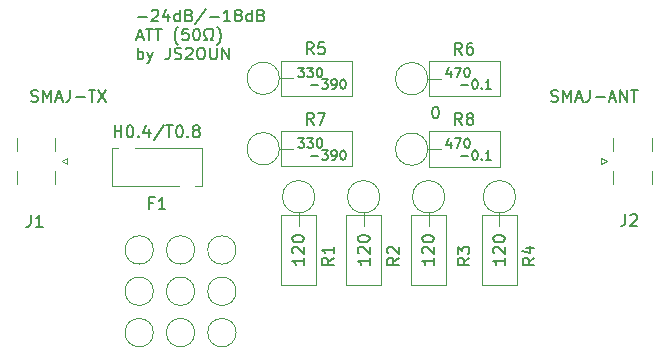
<source format=gbr>
%TF.GenerationSoftware,KiCad,Pcbnew,8.0.5*%
%TF.CreationDate,2024-10-08T19:16:15+09:00*%
%TF.ProjectId,ATT_24dB,4154545f-3234-4644-922e-6b696361645f,rev?*%
%TF.SameCoordinates,Original*%
%TF.FileFunction,Legend,Top*%
%TF.FilePolarity,Positive*%
%FSLAX46Y46*%
G04 Gerber Fmt 4.6, Leading zero omitted, Abs format (unit mm)*
G04 Created by KiCad (PCBNEW 8.0.5) date 2024-10-08 19:16:15*
%MOMM*%
%LPD*%
G01*
G04 APERTURE LIST*
%ADD10C,0.150000*%
%ADD11C,0.187500*%
%ADD12C,0.120000*%
%ADD13C,0.100000*%
G04 APERTURE END LIST*
D10*
X86052381Y-41057533D02*
X86661905Y-41057533D01*
X86966666Y-40562295D02*
X87461904Y-40562295D01*
X87461904Y-40562295D02*
X87195238Y-40867057D01*
X87195238Y-40867057D02*
X87309523Y-40867057D01*
X87309523Y-40867057D02*
X87385714Y-40905152D01*
X87385714Y-40905152D02*
X87423809Y-40943247D01*
X87423809Y-40943247D02*
X87461904Y-41019438D01*
X87461904Y-41019438D02*
X87461904Y-41209914D01*
X87461904Y-41209914D02*
X87423809Y-41286104D01*
X87423809Y-41286104D02*
X87385714Y-41324200D01*
X87385714Y-41324200D02*
X87309523Y-41362295D01*
X87309523Y-41362295D02*
X87080952Y-41362295D01*
X87080952Y-41362295D02*
X87004761Y-41324200D01*
X87004761Y-41324200D02*
X86966666Y-41286104D01*
X87842857Y-41362295D02*
X87995238Y-41362295D01*
X87995238Y-41362295D02*
X88071428Y-41324200D01*
X88071428Y-41324200D02*
X88109524Y-41286104D01*
X88109524Y-41286104D02*
X88185714Y-41171819D01*
X88185714Y-41171819D02*
X88223809Y-41019438D01*
X88223809Y-41019438D02*
X88223809Y-40714676D01*
X88223809Y-40714676D02*
X88185714Y-40638485D01*
X88185714Y-40638485D02*
X88147619Y-40600390D01*
X88147619Y-40600390D02*
X88071428Y-40562295D01*
X88071428Y-40562295D02*
X87919047Y-40562295D01*
X87919047Y-40562295D02*
X87842857Y-40600390D01*
X87842857Y-40600390D02*
X87804762Y-40638485D01*
X87804762Y-40638485D02*
X87766666Y-40714676D01*
X87766666Y-40714676D02*
X87766666Y-40905152D01*
X87766666Y-40905152D02*
X87804762Y-40981342D01*
X87804762Y-40981342D02*
X87842857Y-41019438D01*
X87842857Y-41019438D02*
X87919047Y-41057533D01*
X87919047Y-41057533D02*
X88071428Y-41057533D01*
X88071428Y-41057533D02*
X88147619Y-41019438D01*
X88147619Y-41019438D02*
X88185714Y-40981342D01*
X88185714Y-40981342D02*
X88223809Y-40905152D01*
X88719048Y-40562295D02*
X88795238Y-40562295D01*
X88795238Y-40562295D02*
X88871429Y-40600390D01*
X88871429Y-40600390D02*
X88909524Y-40638485D01*
X88909524Y-40638485D02*
X88947619Y-40714676D01*
X88947619Y-40714676D02*
X88985714Y-40867057D01*
X88985714Y-40867057D02*
X88985714Y-41057533D01*
X88985714Y-41057533D02*
X88947619Y-41209914D01*
X88947619Y-41209914D02*
X88909524Y-41286104D01*
X88909524Y-41286104D02*
X88871429Y-41324200D01*
X88871429Y-41324200D02*
X88795238Y-41362295D01*
X88795238Y-41362295D02*
X88719048Y-41362295D01*
X88719048Y-41362295D02*
X88642857Y-41324200D01*
X88642857Y-41324200D02*
X88604762Y-41286104D01*
X88604762Y-41286104D02*
X88566667Y-41209914D01*
X88566667Y-41209914D02*
X88528571Y-41057533D01*
X88528571Y-41057533D02*
X88528571Y-40867057D01*
X88528571Y-40867057D02*
X88566667Y-40714676D01*
X88566667Y-40714676D02*
X88604762Y-40638485D01*
X88604762Y-40638485D02*
X88642857Y-40600390D01*
X88642857Y-40600390D02*
X88719048Y-40562295D01*
X96527255Y-36869819D02*
X96622493Y-36869819D01*
X96622493Y-36869819D02*
X96717731Y-36917438D01*
X96717731Y-36917438D02*
X96765350Y-36965057D01*
X96765350Y-36965057D02*
X96812969Y-37060295D01*
X96812969Y-37060295D02*
X96860588Y-37250771D01*
X96860588Y-37250771D02*
X96860588Y-37488866D01*
X96860588Y-37488866D02*
X96812969Y-37679342D01*
X96812969Y-37679342D02*
X96765350Y-37774580D01*
X96765350Y-37774580D02*
X96717731Y-37822200D01*
X96717731Y-37822200D02*
X96622493Y-37869819D01*
X96622493Y-37869819D02*
X96527255Y-37869819D01*
X96527255Y-37869819D02*
X96432017Y-37822200D01*
X96432017Y-37822200D02*
X96384398Y-37774580D01*
X96384398Y-37774580D02*
X96336779Y-37679342D01*
X96336779Y-37679342D02*
X96289160Y-37488866D01*
X96289160Y-37488866D02*
X96289160Y-37250771D01*
X96289160Y-37250771D02*
X96336779Y-37060295D01*
X96336779Y-37060295D02*
X96384398Y-36965057D01*
X96384398Y-36965057D02*
X96432017Y-36917438D01*
X96432017Y-36917438D02*
X96527255Y-36869819D01*
X98742857Y-41057533D02*
X99352381Y-41057533D01*
X99885714Y-40562295D02*
X99961904Y-40562295D01*
X99961904Y-40562295D02*
X100038095Y-40600390D01*
X100038095Y-40600390D02*
X100076190Y-40638485D01*
X100076190Y-40638485D02*
X100114285Y-40714676D01*
X100114285Y-40714676D02*
X100152380Y-40867057D01*
X100152380Y-40867057D02*
X100152380Y-41057533D01*
X100152380Y-41057533D02*
X100114285Y-41209914D01*
X100114285Y-41209914D02*
X100076190Y-41286104D01*
X100076190Y-41286104D02*
X100038095Y-41324200D01*
X100038095Y-41324200D02*
X99961904Y-41362295D01*
X99961904Y-41362295D02*
X99885714Y-41362295D01*
X99885714Y-41362295D02*
X99809523Y-41324200D01*
X99809523Y-41324200D02*
X99771428Y-41286104D01*
X99771428Y-41286104D02*
X99733333Y-41209914D01*
X99733333Y-41209914D02*
X99695237Y-41057533D01*
X99695237Y-41057533D02*
X99695237Y-40867057D01*
X99695237Y-40867057D02*
X99733333Y-40714676D01*
X99733333Y-40714676D02*
X99771428Y-40638485D01*
X99771428Y-40638485D02*
X99809523Y-40600390D01*
X99809523Y-40600390D02*
X99885714Y-40562295D01*
X100495238Y-41286104D02*
X100533333Y-41324200D01*
X100533333Y-41324200D02*
X100495238Y-41362295D01*
X100495238Y-41362295D02*
X100457142Y-41324200D01*
X100457142Y-41324200D02*
X100495238Y-41286104D01*
X100495238Y-41286104D02*
X100495238Y-41362295D01*
X101295237Y-41362295D02*
X100838094Y-41362295D01*
X101066666Y-41362295D02*
X101066666Y-40562295D01*
X101066666Y-40562295D02*
X100990475Y-40676580D01*
X100990475Y-40676580D02*
X100914285Y-40752771D01*
X100914285Y-40752771D02*
X100838094Y-40790866D01*
X98742857Y-35057533D02*
X99352381Y-35057533D01*
X99885714Y-34562295D02*
X99961904Y-34562295D01*
X99961904Y-34562295D02*
X100038095Y-34600390D01*
X100038095Y-34600390D02*
X100076190Y-34638485D01*
X100076190Y-34638485D02*
X100114285Y-34714676D01*
X100114285Y-34714676D02*
X100152380Y-34867057D01*
X100152380Y-34867057D02*
X100152380Y-35057533D01*
X100152380Y-35057533D02*
X100114285Y-35209914D01*
X100114285Y-35209914D02*
X100076190Y-35286104D01*
X100076190Y-35286104D02*
X100038095Y-35324200D01*
X100038095Y-35324200D02*
X99961904Y-35362295D01*
X99961904Y-35362295D02*
X99885714Y-35362295D01*
X99885714Y-35362295D02*
X99809523Y-35324200D01*
X99809523Y-35324200D02*
X99771428Y-35286104D01*
X99771428Y-35286104D02*
X99733333Y-35209914D01*
X99733333Y-35209914D02*
X99695237Y-35057533D01*
X99695237Y-35057533D02*
X99695237Y-34867057D01*
X99695237Y-34867057D02*
X99733333Y-34714676D01*
X99733333Y-34714676D02*
X99771428Y-34638485D01*
X99771428Y-34638485D02*
X99809523Y-34600390D01*
X99809523Y-34600390D02*
X99885714Y-34562295D01*
X100495238Y-35286104D02*
X100533333Y-35324200D01*
X100533333Y-35324200D02*
X100495238Y-35362295D01*
X100495238Y-35362295D02*
X100457142Y-35324200D01*
X100457142Y-35324200D02*
X100495238Y-35286104D01*
X100495238Y-35286104D02*
X100495238Y-35362295D01*
X101295237Y-35362295D02*
X100838094Y-35362295D01*
X101066666Y-35362295D02*
X101066666Y-34562295D01*
X101066666Y-34562295D02*
X100990475Y-34676580D01*
X100990475Y-34676580D02*
X100914285Y-34752771D01*
X100914285Y-34752771D02*
X100838094Y-34790866D01*
X97890476Y-39828961D02*
X97890476Y-40362295D01*
X97700000Y-39524200D02*
X97509523Y-40095628D01*
X97509523Y-40095628D02*
X98004762Y-40095628D01*
X98233333Y-39562295D02*
X98766667Y-39562295D01*
X98766667Y-39562295D02*
X98423809Y-40362295D01*
X99223810Y-39562295D02*
X99300000Y-39562295D01*
X99300000Y-39562295D02*
X99376191Y-39600390D01*
X99376191Y-39600390D02*
X99414286Y-39638485D01*
X99414286Y-39638485D02*
X99452381Y-39714676D01*
X99452381Y-39714676D02*
X99490476Y-39867057D01*
X99490476Y-39867057D02*
X99490476Y-40057533D01*
X99490476Y-40057533D02*
X99452381Y-40209914D01*
X99452381Y-40209914D02*
X99414286Y-40286104D01*
X99414286Y-40286104D02*
X99376191Y-40324200D01*
X99376191Y-40324200D02*
X99300000Y-40362295D01*
X99300000Y-40362295D02*
X99223810Y-40362295D01*
X99223810Y-40362295D02*
X99147619Y-40324200D01*
X99147619Y-40324200D02*
X99109524Y-40286104D01*
X99109524Y-40286104D02*
X99071429Y-40209914D01*
X99071429Y-40209914D02*
X99033333Y-40057533D01*
X99033333Y-40057533D02*
X99033333Y-39867057D01*
X99033333Y-39867057D02*
X99071429Y-39714676D01*
X99071429Y-39714676D02*
X99109524Y-39638485D01*
X99109524Y-39638485D02*
X99147619Y-39600390D01*
X99147619Y-39600390D02*
X99223810Y-39562295D01*
X84971428Y-39562295D02*
X85466666Y-39562295D01*
X85466666Y-39562295D02*
X85200000Y-39867057D01*
X85200000Y-39867057D02*
X85314285Y-39867057D01*
X85314285Y-39867057D02*
X85390476Y-39905152D01*
X85390476Y-39905152D02*
X85428571Y-39943247D01*
X85428571Y-39943247D02*
X85466666Y-40019438D01*
X85466666Y-40019438D02*
X85466666Y-40209914D01*
X85466666Y-40209914D02*
X85428571Y-40286104D01*
X85428571Y-40286104D02*
X85390476Y-40324200D01*
X85390476Y-40324200D02*
X85314285Y-40362295D01*
X85314285Y-40362295D02*
X85085714Y-40362295D01*
X85085714Y-40362295D02*
X85009523Y-40324200D01*
X85009523Y-40324200D02*
X84971428Y-40286104D01*
X85733333Y-39562295D02*
X86228571Y-39562295D01*
X86228571Y-39562295D02*
X85961905Y-39867057D01*
X85961905Y-39867057D02*
X86076190Y-39867057D01*
X86076190Y-39867057D02*
X86152381Y-39905152D01*
X86152381Y-39905152D02*
X86190476Y-39943247D01*
X86190476Y-39943247D02*
X86228571Y-40019438D01*
X86228571Y-40019438D02*
X86228571Y-40209914D01*
X86228571Y-40209914D02*
X86190476Y-40286104D01*
X86190476Y-40286104D02*
X86152381Y-40324200D01*
X86152381Y-40324200D02*
X86076190Y-40362295D01*
X86076190Y-40362295D02*
X85847619Y-40362295D01*
X85847619Y-40362295D02*
X85771428Y-40324200D01*
X85771428Y-40324200D02*
X85733333Y-40286104D01*
X86723810Y-39562295D02*
X86800000Y-39562295D01*
X86800000Y-39562295D02*
X86876191Y-39600390D01*
X86876191Y-39600390D02*
X86914286Y-39638485D01*
X86914286Y-39638485D02*
X86952381Y-39714676D01*
X86952381Y-39714676D02*
X86990476Y-39867057D01*
X86990476Y-39867057D02*
X86990476Y-40057533D01*
X86990476Y-40057533D02*
X86952381Y-40209914D01*
X86952381Y-40209914D02*
X86914286Y-40286104D01*
X86914286Y-40286104D02*
X86876191Y-40324200D01*
X86876191Y-40324200D02*
X86800000Y-40362295D01*
X86800000Y-40362295D02*
X86723810Y-40362295D01*
X86723810Y-40362295D02*
X86647619Y-40324200D01*
X86647619Y-40324200D02*
X86609524Y-40286104D01*
X86609524Y-40286104D02*
X86571429Y-40209914D01*
X86571429Y-40209914D02*
X86533333Y-40057533D01*
X86533333Y-40057533D02*
X86533333Y-39867057D01*
X86533333Y-39867057D02*
X86571429Y-39714676D01*
X86571429Y-39714676D02*
X86609524Y-39638485D01*
X86609524Y-39638485D02*
X86647619Y-39600390D01*
X86647619Y-39600390D02*
X86723810Y-39562295D01*
X97890476Y-33828961D02*
X97890476Y-34362295D01*
X97700000Y-33524200D02*
X97509523Y-34095628D01*
X97509523Y-34095628D02*
X98004762Y-34095628D01*
X98233333Y-33562295D02*
X98766667Y-33562295D01*
X98766667Y-33562295D02*
X98423809Y-34362295D01*
X99223810Y-33562295D02*
X99300000Y-33562295D01*
X99300000Y-33562295D02*
X99376191Y-33600390D01*
X99376191Y-33600390D02*
X99414286Y-33638485D01*
X99414286Y-33638485D02*
X99452381Y-33714676D01*
X99452381Y-33714676D02*
X99490476Y-33867057D01*
X99490476Y-33867057D02*
X99490476Y-34057533D01*
X99490476Y-34057533D02*
X99452381Y-34209914D01*
X99452381Y-34209914D02*
X99414286Y-34286104D01*
X99414286Y-34286104D02*
X99376191Y-34324200D01*
X99376191Y-34324200D02*
X99300000Y-34362295D01*
X99300000Y-34362295D02*
X99223810Y-34362295D01*
X99223810Y-34362295D02*
X99147619Y-34324200D01*
X99147619Y-34324200D02*
X99109524Y-34286104D01*
X99109524Y-34286104D02*
X99071429Y-34209914D01*
X99071429Y-34209914D02*
X99033333Y-34057533D01*
X99033333Y-34057533D02*
X99033333Y-33867057D01*
X99033333Y-33867057D02*
X99071429Y-33714676D01*
X99071429Y-33714676D02*
X99109524Y-33638485D01*
X99109524Y-33638485D02*
X99147619Y-33600390D01*
X99147619Y-33600390D02*
X99223810Y-33562295D01*
X86052381Y-35057533D02*
X86661905Y-35057533D01*
X86966666Y-34562295D02*
X87461904Y-34562295D01*
X87461904Y-34562295D02*
X87195238Y-34867057D01*
X87195238Y-34867057D02*
X87309523Y-34867057D01*
X87309523Y-34867057D02*
X87385714Y-34905152D01*
X87385714Y-34905152D02*
X87423809Y-34943247D01*
X87423809Y-34943247D02*
X87461904Y-35019438D01*
X87461904Y-35019438D02*
X87461904Y-35209914D01*
X87461904Y-35209914D02*
X87423809Y-35286104D01*
X87423809Y-35286104D02*
X87385714Y-35324200D01*
X87385714Y-35324200D02*
X87309523Y-35362295D01*
X87309523Y-35362295D02*
X87080952Y-35362295D01*
X87080952Y-35362295D02*
X87004761Y-35324200D01*
X87004761Y-35324200D02*
X86966666Y-35286104D01*
X87842857Y-35362295D02*
X87995238Y-35362295D01*
X87995238Y-35362295D02*
X88071428Y-35324200D01*
X88071428Y-35324200D02*
X88109524Y-35286104D01*
X88109524Y-35286104D02*
X88185714Y-35171819D01*
X88185714Y-35171819D02*
X88223809Y-35019438D01*
X88223809Y-35019438D02*
X88223809Y-34714676D01*
X88223809Y-34714676D02*
X88185714Y-34638485D01*
X88185714Y-34638485D02*
X88147619Y-34600390D01*
X88147619Y-34600390D02*
X88071428Y-34562295D01*
X88071428Y-34562295D02*
X87919047Y-34562295D01*
X87919047Y-34562295D02*
X87842857Y-34600390D01*
X87842857Y-34600390D02*
X87804762Y-34638485D01*
X87804762Y-34638485D02*
X87766666Y-34714676D01*
X87766666Y-34714676D02*
X87766666Y-34905152D01*
X87766666Y-34905152D02*
X87804762Y-34981342D01*
X87804762Y-34981342D02*
X87842857Y-35019438D01*
X87842857Y-35019438D02*
X87919047Y-35057533D01*
X87919047Y-35057533D02*
X88071428Y-35057533D01*
X88071428Y-35057533D02*
X88147619Y-35019438D01*
X88147619Y-35019438D02*
X88185714Y-34981342D01*
X88185714Y-34981342D02*
X88223809Y-34905152D01*
X88719048Y-34562295D02*
X88795238Y-34562295D01*
X88795238Y-34562295D02*
X88871429Y-34600390D01*
X88871429Y-34600390D02*
X88909524Y-34638485D01*
X88909524Y-34638485D02*
X88947619Y-34714676D01*
X88947619Y-34714676D02*
X88985714Y-34867057D01*
X88985714Y-34867057D02*
X88985714Y-35057533D01*
X88985714Y-35057533D02*
X88947619Y-35209914D01*
X88947619Y-35209914D02*
X88909524Y-35286104D01*
X88909524Y-35286104D02*
X88871429Y-35324200D01*
X88871429Y-35324200D02*
X88795238Y-35362295D01*
X88795238Y-35362295D02*
X88719048Y-35362295D01*
X88719048Y-35362295D02*
X88642857Y-35324200D01*
X88642857Y-35324200D02*
X88604762Y-35286104D01*
X88604762Y-35286104D02*
X88566667Y-35209914D01*
X88566667Y-35209914D02*
X88528571Y-35057533D01*
X88528571Y-35057533D02*
X88528571Y-34867057D01*
X88528571Y-34867057D02*
X88566667Y-34714676D01*
X88566667Y-34714676D02*
X88604762Y-34638485D01*
X88604762Y-34638485D02*
X88642857Y-34600390D01*
X88642857Y-34600390D02*
X88719048Y-34562295D01*
D11*
X71361450Y-29267028D02*
X72123355Y-29267028D01*
X72551926Y-28743219D02*
X72599545Y-28695600D01*
X72599545Y-28695600D02*
X72694783Y-28647981D01*
X72694783Y-28647981D02*
X72932878Y-28647981D01*
X72932878Y-28647981D02*
X73028116Y-28695600D01*
X73028116Y-28695600D02*
X73075735Y-28743219D01*
X73075735Y-28743219D02*
X73123354Y-28838457D01*
X73123354Y-28838457D02*
X73123354Y-28933695D01*
X73123354Y-28933695D02*
X73075735Y-29076552D01*
X73075735Y-29076552D02*
X72504307Y-29647981D01*
X72504307Y-29647981D02*
X73123354Y-29647981D01*
X73980497Y-28981314D02*
X73980497Y-29647981D01*
X73742402Y-28600362D02*
X73504307Y-29314647D01*
X73504307Y-29314647D02*
X74123354Y-29314647D01*
X74932878Y-29647981D02*
X74932878Y-28647981D01*
X74932878Y-29600362D02*
X74837640Y-29647981D01*
X74837640Y-29647981D02*
X74647164Y-29647981D01*
X74647164Y-29647981D02*
X74551926Y-29600362D01*
X74551926Y-29600362D02*
X74504307Y-29552742D01*
X74504307Y-29552742D02*
X74456688Y-29457504D01*
X74456688Y-29457504D02*
X74456688Y-29171790D01*
X74456688Y-29171790D02*
X74504307Y-29076552D01*
X74504307Y-29076552D02*
X74551926Y-29028933D01*
X74551926Y-29028933D02*
X74647164Y-28981314D01*
X74647164Y-28981314D02*
X74837640Y-28981314D01*
X74837640Y-28981314D02*
X74932878Y-29028933D01*
X75742402Y-29124171D02*
X75885259Y-29171790D01*
X75885259Y-29171790D02*
X75932878Y-29219409D01*
X75932878Y-29219409D02*
X75980497Y-29314647D01*
X75980497Y-29314647D02*
X75980497Y-29457504D01*
X75980497Y-29457504D02*
X75932878Y-29552742D01*
X75932878Y-29552742D02*
X75885259Y-29600362D01*
X75885259Y-29600362D02*
X75790021Y-29647981D01*
X75790021Y-29647981D02*
X75409069Y-29647981D01*
X75409069Y-29647981D02*
X75409069Y-28647981D01*
X75409069Y-28647981D02*
X75742402Y-28647981D01*
X75742402Y-28647981D02*
X75837640Y-28695600D01*
X75837640Y-28695600D02*
X75885259Y-28743219D01*
X75885259Y-28743219D02*
X75932878Y-28838457D01*
X75932878Y-28838457D02*
X75932878Y-28933695D01*
X75932878Y-28933695D02*
X75885259Y-29028933D01*
X75885259Y-29028933D02*
X75837640Y-29076552D01*
X75837640Y-29076552D02*
X75742402Y-29124171D01*
X75742402Y-29124171D02*
X75409069Y-29124171D01*
X77123354Y-28600362D02*
X76266212Y-29886076D01*
X77456688Y-29267028D02*
X78218593Y-29267028D01*
X79218592Y-29647981D02*
X78647164Y-29647981D01*
X78932878Y-29647981D02*
X78932878Y-28647981D01*
X78932878Y-28647981D02*
X78837640Y-28790838D01*
X78837640Y-28790838D02*
X78742402Y-28886076D01*
X78742402Y-28886076D02*
X78647164Y-28933695D01*
X79790021Y-29076552D02*
X79694783Y-29028933D01*
X79694783Y-29028933D02*
X79647164Y-28981314D01*
X79647164Y-28981314D02*
X79599545Y-28886076D01*
X79599545Y-28886076D02*
X79599545Y-28838457D01*
X79599545Y-28838457D02*
X79647164Y-28743219D01*
X79647164Y-28743219D02*
X79694783Y-28695600D01*
X79694783Y-28695600D02*
X79790021Y-28647981D01*
X79790021Y-28647981D02*
X79980497Y-28647981D01*
X79980497Y-28647981D02*
X80075735Y-28695600D01*
X80075735Y-28695600D02*
X80123354Y-28743219D01*
X80123354Y-28743219D02*
X80170973Y-28838457D01*
X80170973Y-28838457D02*
X80170973Y-28886076D01*
X80170973Y-28886076D02*
X80123354Y-28981314D01*
X80123354Y-28981314D02*
X80075735Y-29028933D01*
X80075735Y-29028933D02*
X79980497Y-29076552D01*
X79980497Y-29076552D02*
X79790021Y-29076552D01*
X79790021Y-29076552D02*
X79694783Y-29124171D01*
X79694783Y-29124171D02*
X79647164Y-29171790D01*
X79647164Y-29171790D02*
X79599545Y-29267028D01*
X79599545Y-29267028D02*
X79599545Y-29457504D01*
X79599545Y-29457504D02*
X79647164Y-29552742D01*
X79647164Y-29552742D02*
X79694783Y-29600362D01*
X79694783Y-29600362D02*
X79790021Y-29647981D01*
X79790021Y-29647981D02*
X79980497Y-29647981D01*
X79980497Y-29647981D02*
X80075735Y-29600362D01*
X80075735Y-29600362D02*
X80123354Y-29552742D01*
X80123354Y-29552742D02*
X80170973Y-29457504D01*
X80170973Y-29457504D02*
X80170973Y-29267028D01*
X80170973Y-29267028D02*
X80123354Y-29171790D01*
X80123354Y-29171790D02*
X80075735Y-29124171D01*
X80075735Y-29124171D02*
X79980497Y-29076552D01*
X81028116Y-29647981D02*
X81028116Y-28647981D01*
X81028116Y-29600362D02*
X80932878Y-29647981D01*
X80932878Y-29647981D02*
X80742402Y-29647981D01*
X80742402Y-29647981D02*
X80647164Y-29600362D01*
X80647164Y-29600362D02*
X80599545Y-29552742D01*
X80599545Y-29552742D02*
X80551926Y-29457504D01*
X80551926Y-29457504D02*
X80551926Y-29171790D01*
X80551926Y-29171790D02*
X80599545Y-29076552D01*
X80599545Y-29076552D02*
X80647164Y-29028933D01*
X80647164Y-29028933D02*
X80742402Y-28981314D01*
X80742402Y-28981314D02*
X80932878Y-28981314D01*
X80932878Y-28981314D02*
X81028116Y-29028933D01*
X81837640Y-29124171D02*
X81980497Y-29171790D01*
X81980497Y-29171790D02*
X82028116Y-29219409D01*
X82028116Y-29219409D02*
X82075735Y-29314647D01*
X82075735Y-29314647D02*
X82075735Y-29457504D01*
X82075735Y-29457504D02*
X82028116Y-29552742D01*
X82028116Y-29552742D02*
X81980497Y-29600362D01*
X81980497Y-29600362D02*
X81885259Y-29647981D01*
X81885259Y-29647981D02*
X81504307Y-29647981D01*
X81504307Y-29647981D02*
X81504307Y-28647981D01*
X81504307Y-28647981D02*
X81837640Y-28647981D01*
X81837640Y-28647981D02*
X81932878Y-28695600D01*
X81932878Y-28695600D02*
X81980497Y-28743219D01*
X81980497Y-28743219D02*
X82028116Y-28838457D01*
X82028116Y-28838457D02*
X82028116Y-28933695D01*
X82028116Y-28933695D02*
X81980497Y-29028933D01*
X81980497Y-29028933D02*
X81932878Y-29076552D01*
X81932878Y-29076552D02*
X81837640Y-29124171D01*
X81837640Y-29124171D02*
X81504307Y-29124171D01*
X71313831Y-30972210D02*
X71790021Y-30972210D01*
X71218593Y-31257925D02*
X71551926Y-30257925D01*
X71551926Y-30257925D02*
X71885259Y-31257925D01*
X72075736Y-30257925D02*
X72647164Y-30257925D01*
X72361450Y-31257925D02*
X72361450Y-30257925D01*
X72837641Y-30257925D02*
X73409069Y-30257925D01*
X73123355Y-31257925D02*
X73123355Y-30257925D01*
X74790022Y-31638877D02*
X74742403Y-31591258D01*
X74742403Y-31591258D02*
X74647165Y-31448401D01*
X74647165Y-31448401D02*
X74599546Y-31353163D01*
X74599546Y-31353163D02*
X74551927Y-31210306D01*
X74551927Y-31210306D02*
X74504308Y-30972210D01*
X74504308Y-30972210D02*
X74504308Y-30781734D01*
X74504308Y-30781734D02*
X74551927Y-30543639D01*
X74551927Y-30543639D02*
X74599546Y-30400782D01*
X74599546Y-30400782D02*
X74647165Y-30305544D01*
X74647165Y-30305544D02*
X74742403Y-30162686D01*
X74742403Y-30162686D02*
X74790022Y-30115067D01*
X75647165Y-30257925D02*
X75170975Y-30257925D01*
X75170975Y-30257925D02*
X75123356Y-30734115D01*
X75123356Y-30734115D02*
X75170975Y-30686496D01*
X75170975Y-30686496D02*
X75266213Y-30638877D01*
X75266213Y-30638877D02*
X75504308Y-30638877D01*
X75504308Y-30638877D02*
X75599546Y-30686496D01*
X75599546Y-30686496D02*
X75647165Y-30734115D01*
X75647165Y-30734115D02*
X75694784Y-30829353D01*
X75694784Y-30829353D02*
X75694784Y-31067448D01*
X75694784Y-31067448D02*
X75647165Y-31162686D01*
X75647165Y-31162686D02*
X75599546Y-31210306D01*
X75599546Y-31210306D02*
X75504308Y-31257925D01*
X75504308Y-31257925D02*
X75266213Y-31257925D01*
X75266213Y-31257925D02*
X75170975Y-31210306D01*
X75170975Y-31210306D02*
X75123356Y-31162686D01*
X76313832Y-30257925D02*
X76409070Y-30257925D01*
X76409070Y-30257925D02*
X76504308Y-30305544D01*
X76504308Y-30305544D02*
X76551927Y-30353163D01*
X76551927Y-30353163D02*
X76599546Y-30448401D01*
X76599546Y-30448401D02*
X76647165Y-30638877D01*
X76647165Y-30638877D02*
X76647165Y-30876972D01*
X76647165Y-30876972D02*
X76599546Y-31067448D01*
X76599546Y-31067448D02*
X76551927Y-31162686D01*
X76551927Y-31162686D02*
X76504308Y-31210306D01*
X76504308Y-31210306D02*
X76409070Y-31257925D01*
X76409070Y-31257925D02*
X76313832Y-31257925D01*
X76313832Y-31257925D02*
X76218594Y-31210306D01*
X76218594Y-31210306D02*
X76170975Y-31162686D01*
X76170975Y-31162686D02*
X76123356Y-31067448D01*
X76123356Y-31067448D02*
X76075737Y-30876972D01*
X76075737Y-30876972D02*
X76075737Y-30638877D01*
X76075737Y-30638877D02*
X76123356Y-30448401D01*
X76123356Y-30448401D02*
X76170975Y-30353163D01*
X76170975Y-30353163D02*
X76218594Y-30305544D01*
X76218594Y-30305544D02*
X76313832Y-30257925D01*
X77028118Y-31257925D02*
X77266213Y-31257925D01*
X77266213Y-31257925D02*
X77266213Y-31067448D01*
X77266213Y-31067448D02*
X77170975Y-31019829D01*
X77170975Y-31019829D02*
X77075737Y-30924591D01*
X77075737Y-30924591D02*
X77028118Y-30781734D01*
X77028118Y-30781734D02*
X77028118Y-30543639D01*
X77028118Y-30543639D02*
X77075737Y-30400782D01*
X77075737Y-30400782D02*
X77170975Y-30305544D01*
X77170975Y-30305544D02*
X77313832Y-30257925D01*
X77313832Y-30257925D02*
X77504308Y-30257925D01*
X77504308Y-30257925D02*
X77647165Y-30305544D01*
X77647165Y-30305544D02*
X77742403Y-30400782D01*
X77742403Y-30400782D02*
X77790022Y-30543639D01*
X77790022Y-30543639D02*
X77790022Y-30781734D01*
X77790022Y-30781734D02*
X77742403Y-30924591D01*
X77742403Y-30924591D02*
X77647165Y-31019829D01*
X77647165Y-31019829D02*
X77551927Y-31067448D01*
X77551927Y-31067448D02*
X77551927Y-31257925D01*
X77551927Y-31257925D02*
X77790022Y-31257925D01*
X78123356Y-31638877D02*
X78170975Y-31591258D01*
X78170975Y-31591258D02*
X78266213Y-31448401D01*
X78266213Y-31448401D02*
X78313832Y-31353163D01*
X78313832Y-31353163D02*
X78361451Y-31210306D01*
X78361451Y-31210306D02*
X78409070Y-30972210D01*
X78409070Y-30972210D02*
X78409070Y-30781734D01*
X78409070Y-30781734D02*
X78361451Y-30543639D01*
X78361451Y-30543639D02*
X78313832Y-30400782D01*
X78313832Y-30400782D02*
X78266213Y-30305544D01*
X78266213Y-30305544D02*
X78170975Y-30162686D01*
X78170975Y-30162686D02*
X78123356Y-30115067D01*
X71361450Y-32867869D02*
X71361450Y-31867869D01*
X71361450Y-32248821D02*
X71456688Y-32201202D01*
X71456688Y-32201202D02*
X71647164Y-32201202D01*
X71647164Y-32201202D02*
X71742402Y-32248821D01*
X71742402Y-32248821D02*
X71790021Y-32296440D01*
X71790021Y-32296440D02*
X71837640Y-32391678D01*
X71837640Y-32391678D02*
X71837640Y-32677392D01*
X71837640Y-32677392D02*
X71790021Y-32772630D01*
X71790021Y-32772630D02*
X71742402Y-32820250D01*
X71742402Y-32820250D02*
X71647164Y-32867869D01*
X71647164Y-32867869D02*
X71456688Y-32867869D01*
X71456688Y-32867869D02*
X71361450Y-32820250D01*
X72170974Y-32201202D02*
X72409069Y-32867869D01*
X72647164Y-32201202D02*
X72409069Y-32867869D01*
X72409069Y-32867869D02*
X72313831Y-33105964D01*
X72313831Y-33105964D02*
X72266212Y-33153583D01*
X72266212Y-33153583D02*
X72170974Y-33201202D01*
X74075736Y-31867869D02*
X74075736Y-32582154D01*
X74075736Y-32582154D02*
X74028117Y-32725011D01*
X74028117Y-32725011D02*
X73932879Y-32820250D01*
X73932879Y-32820250D02*
X73790022Y-32867869D01*
X73790022Y-32867869D02*
X73694784Y-32867869D01*
X74504308Y-32820250D02*
X74647165Y-32867869D01*
X74647165Y-32867869D02*
X74885260Y-32867869D01*
X74885260Y-32867869D02*
X74980498Y-32820250D01*
X74980498Y-32820250D02*
X75028117Y-32772630D01*
X75028117Y-32772630D02*
X75075736Y-32677392D01*
X75075736Y-32677392D02*
X75075736Y-32582154D01*
X75075736Y-32582154D02*
X75028117Y-32486916D01*
X75028117Y-32486916D02*
X74980498Y-32439297D01*
X74980498Y-32439297D02*
X74885260Y-32391678D01*
X74885260Y-32391678D02*
X74694784Y-32344059D01*
X74694784Y-32344059D02*
X74599546Y-32296440D01*
X74599546Y-32296440D02*
X74551927Y-32248821D01*
X74551927Y-32248821D02*
X74504308Y-32153583D01*
X74504308Y-32153583D02*
X74504308Y-32058345D01*
X74504308Y-32058345D02*
X74551927Y-31963107D01*
X74551927Y-31963107D02*
X74599546Y-31915488D01*
X74599546Y-31915488D02*
X74694784Y-31867869D01*
X74694784Y-31867869D02*
X74932879Y-31867869D01*
X74932879Y-31867869D02*
X75075736Y-31915488D01*
X75456689Y-31963107D02*
X75504308Y-31915488D01*
X75504308Y-31915488D02*
X75599546Y-31867869D01*
X75599546Y-31867869D02*
X75837641Y-31867869D01*
X75837641Y-31867869D02*
X75932879Y-31915488D01*
X75932879Y-31915488D02*
X75980498Y-31963107D01*
X75980498Y-31963107D02*
X76028117Y-32058345D01*
X76028117Y-32058345D02*
X76028117Y-32153583D01*
X76028117Y-32153583D02*
X75980498Y-32296440D01*
X75980498Y-32296440D02*
X75409070Y-32867869D01*
X75409070Y-32867869D02*
X76028117Y-32867869D01*
X76647165Y-31867869D02*
X76837641Y-31867869D01*
X76837641Y-31867869D02*
X76932879Y-31915488D01*
X76932879Y-31915488D02*
X77028117Y-32010726D01*
X77028117Y-32010726D02*
X77075736Y-32201202D01*
X77075736Y-32201202D02*
X77075736Y-32534535D01*
X77075736Y-32534535D02*
X77028117Y-32725011D01*
X77028117Y-32725011D02*
X76932879Y-32820250D01*
X76932879Y-32820250D02*
X76837641Y-32867869D01*
X76837641Y-32867869D02*
X76647165Y-32867869D01*
X76647165Y-32867869D02*
X76551927Y-32820250D01*
X76551927Y-32820250D02*
X76456689Y-32725011D01*
X76456689Y-32725011D02*
X76409070Y-32534535D01*
X76409070Y-32534535D02*
X76409070Y-32201202D01*
X76409070Y-32201202D02*
X76456689Y-32010726D01*
X76456689Y-32010726D02*
X76551927Y-31915488D01*
X76551927Y-31915488D02*
X76647165Y-31867869D01*
X77504308Y-31867869D02*
X77504308Y-32677392D01*
X77504308Y-32677392D02*
X77551927Y-32772630D01*
X77551927Y-32772630D02*
X77599546Y-32820250D01*
X77599546Y-32820250D02*
X77694784Y-32867869D01*
X77694784Y-32867869D02*
X77885260Y-32867869D01*
X77885260Y-32867869D02*
X77980498Y-32820250D01*
X77980498Y-32820250D02*
X78028117Y-32772630D01*
X78028117Y-32772630D02*
X78075736Y-32677392D01*
X78075736Y-32677392D02*
X78075736Y-31867869D01*
X78551927Y-32867869D02*
X78551927Y-31867869D01*
X78551927Y-31867869D02*
X79123355Y-32867869D01*
X79123355Y-32867869D02*
X79123355Y-31867869D01*
D10*
X112666666Y-45954819D02*
X112666666Y-46669104D01*
X112666666Y-46669104D02*
X112619047Y-46811961D01*
X112619047Y-46811961D02*
X112523809Y-46907200D01*
X112523809Y-46907200D02*
X112380952Y-46954819D01*
X112380952Y-46954819D02*
X112285714Y-46954819D01*
X113095238Y-46050057D02*
X113142857Y-46002438D01*
X113142857Y-46002438D02*
X113238095Y-45954819D01*
X113238095Y-45954819D02*
X113476190Y-45954819D01*
X113476190Y-45954819D02*
X113571428Y-46002438D01*
X113571428Y-46002438D02*
X113619047Y-46050057D01*
X113619047Y-46050057D02*
X113666666Y-46145295D01*
X113666666Y-46145295D02*
X113666666Y-46240533D01*
X113666666Y-46240533D02*
X113619047Y-46383390D01*
X113619047Y-46383390D02*
X113047619Y-46954819D01*
X113047619Y-46954819D02*
X113666666Y-46954819D01*
X106380952Y-36407200D02*
X106523809Y-36454819D01*
X106523809Y-36454819D02*
X106761904Y-36454819D01*
X106761904Y-36454819D02*
X106857142Y-36407200D01*
X106857142Y-36407200D02*
X106904761Y-36359580D01*
X106904761Y-36359580D02*
X106952380Y-36264342D01*
X106952380Y-36264342D02*
X106952380Y-36169104D01*
X106952380Y-36169104D02*
X106904761Y-36073866D01*
X106904761Y-36073866D02*
X106857142Y-36026247D01*
X106857142Y-36026247D02*
X106761904Y-35978628D01*
X106761904Y-35978628D02*
X106571428Y-35931009D01*
X106571428Y-35931009D02*
X106476190Y-35883390D01*
X106476190Y-35883390D02*
X106428571Y-35835771D01*
X106428571Y-35835771D02*
X106380952Y-35740533D01*
X106380952Y-35740533D02*
X106380952Y-35645295D01*
X106380952Y-35645295D02*
X106428571Y-35550057D01*
X106428571Y-35550057D02*
X106476190Y-35502438D01*
X106476190Y-35502438D02*
X106571428Y-35454819D01*
X106571428Y-35454819D02*
X106809523Y-35454819D01*
X106809523Y-35454819D02*
X106952380Y-35502438D01*
X107380952Y-36454819D02*
X107380952Y-35454819D01*
X107380952Y-35454819D02*
X107714285Y-36169104D01*
X107714285Y-36169104D02*
X108047618Y-35454819D01*
X108047618Y-35454819D02*
X108047618Y-36454819D01*
X108476190Y-36169104D02*
X108952380Y-36169104D01*
X108380952Y-36454819D02*
X108714285Y-35454819D01*
X108714285Y-35454819D02*
X109047618Y-36454819D01*
X109666666Y-35454819D02*
X109666666Y-36169104D01*
X109666666Y-36169104D02*
X109619047Y-36311961D01*
X109619047Y-36311961D02*
X109523809Y-36407200D01*
X109523809Y-36407200D02*
X109380952Y-36454819D01*
X109380952Y-36454819D02*
X109285714Y-36454819D01*
X110142857Y-36073866D02*
X110904762Y-36073866D01*
X111333333Y-36169104D02*
X111809523Y-36169104D01*
X111238095Y-36454819D02*
X111571428Y-35454819D01*
X111571428Y-35454819D02*
X111904761Y-36454819D01*
X112238095Y-36454819D02*
X112238095Y-35454819D01*
X112238095Y-35454819D02*
X112809523Y-36454819D01*
X112809523Y-36454819D02*
X112809523Y-35454819D01*
X113142857Y-35454819D02*
X113714285Y-35454819D01*
X113428571Y-36454819D02*
X113428571Y-35454819D01*
X98833333Y-38422319D02*
X98500000Y-37946128D01*
X98261905Y-38422319D02*
X98261905Y-37422319D01*
X98261905Y-37422319D02*
X98642857Y-37422319D01*
X98642857Y-37422319D02*
X98738095Y-37469938D01*
X98738095Y-37469938D02*
X98785714Y-37517557D01*
X98785714Y-37517557D02*
X98833333Y-37612795D01*
X98833333Y-37612795D02*
X98833333Y-37755652D01*
X98833333Y-37755652D02*
X98785714Y-37850890D01*
X98785714Y-37850890D02*
X98738095Y-37898509D01*
X98738095Y-37898509D02*
X98642857Y-37946128D01*
X98642857Y-37946128D02*
X98261905Y-37946128D01*
X99404762Y-37850890D02*
X99309524Y-37803271D01*
X99309524Y-37803271D02*
X99261905Y-37755652D01*
X99261905Y-37755652D02*
X99214286Y-37660414D01*
X99214286Y-37660414D02*
X99214286Y-37612795D01*
X99214286Y-37612795D02*
X99261905Y-37517557D01*
X99261905Y-37517557D02*
X99309524Y-37469938D01*
X99309524Y-37469938D02*
X99404762Y-37422319D01*
X99404762Y-37422319D02*
X99595238Y-37422319D01*
X99595238Y-37422319D02*
X99690476Y-37469938D01*
X99690476Y-37469938D02*
X99738095Y-37517557D01*
X99738095Y-37517557D02*
X99785714Y-37612795D01*
X99785714Y-37612795D02*
X99785714Y-37660414D01*
X99785714Y-37660414D02*
X99738095Y-37755652D01*
X99738095Y-37755652D02*
X99690476Y-37803271D01*
X99690476Y-37803271D02*
X99595238Y-37850890D01*
X99595238Y-37850890D02*
X99404762Y-37850890D01*
X99404762Y-37850890D02*
X99309524Y-37898509D01*
X99309524Y-37898509D02*
X99261905Y-37946128D01*
X99261905Y-37946128D02*
X99214286Y-38041366D01*
X99214286Y-38041366D02*
X99214286Y-38231842D01*
X99214286Y-38231842D02*
X99261905Y-38327080D01*
X99261905Y-38327080D02*
X99309524Y-38374700D01*
X99309524Y-38374700D02*
X99404762Y-38422319D01*
X99404762Y-38422319D02*
X99595238Y-38422319D01*
X99595238Y-38422319D02*
X99690476Y-38374700D01*
X99690476Y-38374700D02*
X99738095Y-38327080D01*
X99738095Y-38327080D02*
X99785714Y-38231842D01*
X99785714Y-38231842D02*
X99785714Y-38041366D01*
X99785714Y-38041366D02*
X99738095Y-37946128D01*
X99738095Y-37946128D02*
X99690476Y-37898509D01*
X99690476Y-37898509D02*
X99595238Y-37850890D01*
X87954819Y-49666666D02*
X87478628Y-49999999D01*
X87954819Y-50238094D02*
X86954819Y-50238094D01*
X86954819Y-50238094D02*
X86954819Y-49857142D01*
X86954819Y-49857142D02*
X87002438Y-49761904D01*
X87002438Y-49761904D02*
X87050057Y-49714285D01*
X87050057Y-49714285D02*
X87145295Y-49666666D01*
X87145295Y-49666666D02*
X87288152Y-49666666D01*
X87288152Y-49666666D02*
X87383390Y-49714285D01*
X87383390Y-49714285D02*
X87431009Y-49761904D01*
X87431009Y-49761904D02*
X87478628Y-49857142D01*
X87478628Y-49857142D02*
X87478628Y-50238094D01*
X87954819Y-48714285D02*
X87954819Y-49285713D01*
X87954819Y-48999999D02*
X86954819Y-48999999D01*
X86954819Y-48999999D02*
X87097676Y-49095237D01*
X87097676Y-49095237D02*
X87192914Y-49190475D01*
X87192914Y-49190475D02*
X87240533Y-49285713D01*
X85454819Y-49666666D02*
X85454819Y-50238094D01*
X85454819Y-49952380D02*
X84454819Y-49952380D01*
X84454819Y-49952380D02*
X84597676Y-50047618D01*
X84597676Y-50047618D02*
X84692914Y-50142856D01*
X84692914Y-50142856D02*
X84740533Y-50238094D01*
X84550057Y-49285713D02*
X84502438Y-49238094D01*
X84502438Y-49238094D02*
X84454819Y-49142856D01*
X84454819Y-49142856D02*
X84454819Y-48904761D01*
X84454819Y-48904761D02*
X84502438Y-48809523D01*
X84502438Y-48809523D02*
X84550057Y-48761904D01*
X84550057Y-48761904D02*
X84645295Y-48714285D01*
X84645295Y-48714285D02*
X84740533Y-48714285D01*
X84740533Y-48714285D02*
X84883390Y-48761904D01*
X84883390Y-48761904D02*
X85454819Y-49333332D01*
X85454819Y-49333332D02*
X85454819Y-48714285D01*
X84454819Y-48095237D02*
X84454819Y-47999999D01*
X84454819Y-47999999D02*
X84502438Y-47904761D01*
X84502438Y-47904761D02*
X84550057Y-47857142D01*
X84550057Y-47857142D02*
X84645295Y-47809523D01*
X84645295Y-47809523D02*
X84835771Y-47761904D01*
X84835771Y-47761904D02*
X85073866Y-47761904D01*
X85073866Y-47761904D02*
X85264342Y-47809523D01*
X85264342Y-47809523D02*
X85359580Y-47857142D01*
X85359580Y-47857142D02*
X85407200Y-47904761D01*
X85407200Y-47904761D02*
X85454819Y-47999999D01*
X85454819Y-47999999D02*
X85454819Y-48095237D01*
X85454819Y-48095237D02*
X85407200Y-48190475D01*
X85407200Y-48190475D02*
X85359580Y-48238094D01*
X85359580Y-48238094D02*
X85264342Y-48285713D01*
X85264342Y-48285713D02*
X85073866Y-48333332D01*
X85073866Y-48333332D02*
X84835771Y-48333332D01*
X84835771Y-48333332D02*
X84645295Y-48285713D01*
X84645295Y-48285713D02*
X84550057Y-48238094D01*
X84550057Y-48238094D02*
X84502438Y-48190475D01*
X84502438Y-48190475D02*
X84454819Y-48095237D01*
X98833333Y-32454819D02*
X98500000Y-31978628D01*
X98261905Y-32454819D02*
X98261905Y-31454819D01*
X98261905Y-31454819D02*
X98642857Y-31454819D01*
X98642857Y-31454819D02*
X98738095Y-31502438D01*
X98738095Y-31502438D02*
X98785714Y-31550057D01*
X98785714Y-31550057D02*
X98833333Y-31645295D01*
X98833333Y-31645295D02*
X98833333Y-31788152D01*
X98833333Y-31788152D02*
X98785714Y-31883390D01*
X98785714Y-31883390D02*
X98738095Y-31931009D01*
X98738095Y-31931009D02*
X98642857Y-31978628D01*
X98642857Y-31978628D02*
X98261905Y-31978628D01*
X99690476Y-31454819D02*
X99500000Y-31454819D01*
X99500000Y-31454819D02*
X99404762Y-31502438D01*
X99404762Y-31502438D02*
X99357143Y-31550057D01*
X99357143Y-31550057D02*
X99261905Y-31692914D01*
X99261905Y-31692914D02*
X99214286Y-31883390D01*
X99214286Y-31883390D02*
X99214286Y-32264342D01*
X99214286Y-32264342D02*
X99261905Y-32359580D01*
X99261905Y-32359580D02*
X99309524Y-32407200D01*
X99309524Y-32407200D02*
X99404762Y-32454819D01*
X99404762Y-32454819D02*
X99595238Y-32454819D01*
X99595238Y-32454819D02*
X99690476Y-32407200D01*
X99690476Y-32407200D02*
X99738095Y-32359580D01*
X99738095Y-32359580D02*
X99785714Y-32264342D01*
X99785714Y-32264342D02*
X99785714Y-32026247D01*
X99785714Y-32026247D02*
X99738095Y-31931009D01*
X99738095Y-31931009D02*
X99690476Y-31883390D01*
X99690476Y-31883390D02*
X99595238Y-31835771D01*
X99595238Y-31835771D02*
X99404762Y-31835771D01*
X99404762Y-31835771D02*
X99309524Y-31883390D01*
X99309524Y-31883390D02*
X99261905Y-31931009D01*
X99261905Y-31931009D02*
X99214286Y-32026247D01*
X86268333Y-38389819D02*
X85935000Y-37913628D01*
X85696905Y-38389819D02*
X85696905Y-37389819D01*
X85696905Y-37389819D02*
X86077857Y-37389819D01*
X86077857Y-37389819D02*
X86173095Y-37437438D01*
X86173095Y-37437438D02*
X86220714Y-37485057D01*
X86220714Y-37485057D02*
X86268333Y-37580295D01*
X86268333Y-37580295D02*
X86268333Y-37723152D01*
X86268333Y-37723152D02*
X86220714Y-37818390D01*
X86220714Y-37818390D02*
X86173095Y-37866009D01*
X86173095Y-37866009D02*
X86077857Y-37913628D01*
X86077857Y-37913628D02*
X85696905Y-37913628D01*
X86601667Y-37389819D02*
X87268333Y-37389819D01*
X87268333Y-37389819D02*
X86839762Y-38389819D01*
X99454819Y-49666666D02*
X98978628Y-49999999D01*
X99454819Y-50238094D02*
X98454819Y-50238094D01*
X98454819Y-50238094D02*
X98454819Y-49857142D01*
X98454819Y-49857142D02*
X98502438Y-49761904D01*
X98502438Y-49761904D02*
X98550057Y-49714285D01*
X98550057Y-49714285D02*
X98645295Y-49666666D01*
X98645295Y-49666666D02*
X98788152Y-49666666D01*
X98788152Y-49666666D02*
X98883390Y-49714285D01*
X98883390Y-49714285D02*
X98931009Y-49761904D01*
X98931009Y-49761904D02*
X98978628Y-49857142D01*
X98978628Y-49857142D02*
X98978628Y-50238094D01*
X98454819Y-49333332D02*
X98454819Y-48714285D01*
X98454819Y-48714285D02*
X98835771Y-49047618D01*
X98835771Y-49047618D02*
X98835771Y-48904761D01*
X98835771Y-48904761D02*
X98883390Y-48809523D01*
X98883390Y-48809523D02*
X98931009Y-48761904D01*
X98931009Y-48761904D02*
X99026247Y-48714285D01*
X99026247Y-48714285D02*
X99264342Y-48714285D01*
X99264342Y-48714285D02*
X99359580Y-48761904D01*
X99359580Y-48761904D02*
X99407200Y-48809523D01*
X99407200Y-48809523D02*
X99454819Y-48904761D01*
X99454819Y-48904761D02*
X99454819Y-49190475D01*
X99454819Y-49190475D02*
X99407200Y-49285713D01*
X99407200Y-49285713D02*
X99359580Y-49333332D01*
X96454819Y-49666666D02*
X96454819Y-50238094D01*
X96454819Y-49952380D02*
X95454819Y-49952380D01*
X95454819Y-49952380D02*
X95597676Y-50047618D01*
X95597676Y-50047618D02*
X95692914Y-50142856D01*
X95692914Y-50142856D02*
X95740533Y-50238094D01*
X95550057Y-49285713D02*
X95502438Y-49238094D01*
X95502438Y-49238094D02*
X95454819Y-49142856D01*
X95454819Y-49142856D02*
X95454819Y-48904761D01*
X95454819Y-48904761D02*
X95502438Y-48809523D01*
X95502438Y-48809523D02*
X95550057Y-48761904D01*
X95550057Y-48761904D02*
X95645295Y-48714285D01*
X95645295Y-48714285D02*
X95740533Y-48714285D01*
X95740533Y-48714285D02*
X95883390Y-48761904D01*
X95883390Y-48761904D02*
X96454819Y-49333332D01*
X96454819Y-49333332D02*
X96454819Y-48714285D01*
X95454819Y-48095237D02*
X95454819Y-47999999D01*
X95454819Y-47999999D02*
X95502438Y-47904761D01*
X95502438Y-47904761D02*
X95550057Y-47857142D01*
X95550057Y-47857142D02*
X95645295Y-47809523D01*
X95645295Y-47809523D02*
X95835771Y-47761904D01*
X95835771Y-47761904D02*
X96073866Y-47761904D01*
X96073866Y-47761904D02*
X96264342Y-47809523D01*
X96264342Y-47809523D02*
X96359580Y-47857142D01*
X96359580Y-47857142D02*
X96407200Y-47904761D01*
X96407200Y-47904761D02*
X96454819Y-47999999D01*
X96454819Y-47999999D02*
X96454819Y-48095237D01*
X96454819Y-48095237D02*
X96407200Y-48190475D01*
X96407200Y-48190475D02*
X96359580Y-48238094D01*
X96359580Y-48238094D02*
X96264342Y-48285713D01*
X96264342Y-48285713D02*
X96073866Y-48333332D01*
X96073866Y-48333332D02*
X95835771Y-48333332D01*
X95835771Y-48333332D02*
X95645295Y-48285713D01*
X95645295Y-48285713D02*
X95550057Y-48238094D01*
X95550057Y-48238094D02*
X95502438Y-48190475D01*
X95502438Y-48190475D02*
X95454819Y-48095237D01*
X86268333Y-32422319D02*
X85935000Y-31946128D01*
X85696905Y-32422319D02*
X85696905Y-31422319D01*
X85696905Y-31422319D02*
X86077857Y-31422319D01*
X86077857Y-31422319D02*
X86173095Y-31469938D01*
X86173095Y-31469938D02*
X86220714Y-31517557D01*
X86220714Y-31517557D02*
X86268333Y-31612795D01*
X86268333Y-31612795D02*
X86268333Y-31755652D01*
X86268333Y-31755652D02*
X86220714Y-31850890D01*
X86220714Y-31850890D02*
X86173095Y-31898509D01*
X86173095Y-31898509D02*
X86077857Y-31946128D01*
X86077857Y-31946128D02*
X85696905Y-31946128D01*
X87173095Y-31422319D02*
X86696905Y-31422319D01*
X86696905Y-31422319D02*
X86649286Y-31898509D01*
X86649286Y-31898509D02*
X86696905Y-31850890D01*
X86696905Y-31850890D02*
X86792143Y-31803271D01*
X86792143Y-31803271D02*
X87030238Y-31803271D01*
X87030238Y-31803271D02*
X87125476Y-31850890D01*
X87125476Y-31850890D02*
X87173095Y-31898509D01*
X87173095Y-31898509D02*
X87220714Y-31993747D01*
X87220714Y-31993747D02*
X87220714Y-32231842D01*
X87220714Y-32231842D02*
X87173095Y-32327080D01*
X87173095Y-32327080D02*
X87125476Y-32374700D01*
X87125476Y-32374700D02*
X87030238Y-32422319D01*
X87030238Y-32422319D02*
X86792143Y-32422319D01*
X86792143Y-32422319D02*
X86696905Y-32374700D01*
X86696905Y-32374700D02*
X86649286Y-32327080D01*
X84971428Y-33562295D02*
X85466666Y-33562295D01*
X85466666Y-33562295D02*
X85200000Y-33867057D01*
X85200000Y-33867057D02*
X85314285Y-33867057D01*
X85314285Y-33867057D02*
X85390476Y-33905152D01*
X85390476Y-33905152D02*
X85428571Y-33943247D01*
X85428571Y-33943247D02*
X85466666Y-34019438D01*
X85466666Y-34019438D02*
X85466666Y-34209914D01*
X85466666Y-34209914D02*
X85428571Y-34286104D01*
X85428571Y-34286104D02*
X85390476Y-34324200D01*
X85390476Y-34324200D02*
X85314285Y-34362295D01*
X85314285Y-34362295D02*
X85085714Y-34362295D01*
X85085714Y-34362295D02*
X85009523Y-34324200D01*
X85009523Y-34324200D02*
X84971428Y-34286104D01*
X85733333Y-33562295D02*
X86228571Y-33562295D01*
X86228571Y-33562295D02*
X85961905Y-33867057D01*
X85961905Y-33867057D02*
X86076190Y-33867057D01*
X86076190Y-33867057D02*
X86152381Y-33905152D01*
X86152381Y-33905152D02*
X86190476Y-33943247D01*
X86190476Y-33943247D02*
X86228571Y-34019438D01*
X86228571Y-34019438D02*
X86228571Y-34209914D01*
X86228571Y-34209914D02*
X86190476Y-34286104D01*
X86190476Y-34286104D02*
X86152381Y-34324200D01*
X86152381Y-34324200D02*
X86076190Y-34362295D01*
X86076190Y-34362295D02*
X85847619Y-34362295D01*
X85847619Y-34362295D02*
X85771428Y-34324200D01*
X85771428Y-34324200D02*
X85733333Y-34286104D01*
X86723810Y-33562295D02*
X86800000Y-33562295D01*
X86800000Y-33562295D02*
X86876191Y-33600390D01*
X86876191Y-33600390D02*
X86914286Y-33638485D01*
X86914286Y-33638485D02*
X86952381Y-33714676D01*
X86952381Y-33714676D02*
X86990476Y-33867057D01*
X86990476Y-33867057D02*
X86990476Y-34057533D01*
X86990476Y-34057533D02*
X86952381Y-34209914D01*
X86952381Y-34209914D02*
X86914286Y-34286104D01*
X86914286Y-34286104D02*
X86876191Y-34324200D01*
X86876191Y-34324200D02*
X86800000Y-34362295D01*
X86800000Y-34362295D02*
X86723810Y-34362295D01*
X86723810Y-34362295D02*
X86647619Y-34324200D01*
X86647619Y-34324200D02*
X86609524Y-34286104D01*
X86609524Y-34286104D02*
X86571429Y-34209914D01*
X86571429Y-34209914D02*
X86533333Y-34057533D01*
X86533333Y-34057533D02*
X86533333Y-33867057D01*
X86533333Y-33867057D02*
X86571429Y-33714676D01*
X86571429Y-33714676D02*
X86609524Y-33638485D01*
X86609524Y-33638485D02*
X86647619Y-33600390D01*
X86647619Y-33600390D02*
X86723810Y-33562295D01*
X93504819Y-49666666D02*
X93028628Y-49999999D01*
X93504819Y-50238094D02*
X92504819Y-50238094D01*
X92504819Y-50238094D02*
X92504819Y-49857142D01*
X92504819Y-49857142D02*
X92552438Y-49761904D01*
X92552438Y-49761904D02*
X92600057Y-49714285D01*
X92600057Y-49714285D02*
X92695295Y-49666666D01*
X92695295Y-49666666D02*
X92838152Y-49666666D01*
X92838152Y-49666666D02*
X92933390Y-49714285D01*
X92933390Y-49714285D02*
X92981009Y-49761904D01*
X92981009Y-49761904D02*
X93028628Y-49857142D01*
X93028628Y-49857142D02*
X93028628Y-50238094D01*
X92600057Y-49285713D02*
X92552438Y-49238094D01*
X92552438Y-49238094D02*
X92504819Y-49142856D01*
X92504819Y-49142856D02*
X92504819Y-48904761D01*
X92504819Y-48904761D02*
X92552438Y-48809523D01*
X92552438Y-48809523D02*
X92600057Y-48761904D01*
X92600057Y-48761904D02*
X92695295Y-48714285D01*
X92695295Y-48714285D02*
X92790533Y-48714285D01*
X92790533Y-48714285D02*
X92933390Y-48761904D01*
X92933390Y-48761904D02*
X93504819Y-49333332D01*
X93504819Y-49333332D02*
X93504819Y-48714285D01*
X91004819Y-49666666D02*
X91004819Y-50238094D01*
X91004819Y-49952380D02*
X90004819Y-49952380D01*
X90004819Y-49952380D02*
X90147676Y-50047618D01*
X90147676Y-50047618D02*
X90242914Y-50142856D01*
X90242914Y-50142856D02*
X90290533Y-50238094D01*
X90100057Y-49285713D02*
X90052438Y-49238094D01*
X90052438Y-49238094D02*
X90004819Y-49142856D01*
X90004819Y-49142856D02*
X90004819Y-48904761D01*
X90004819Y-48904761D02*
X90052438Y-48809523D01*
X90052438Y-48809523D02*
X90100057Y-48761904D01*
X90100057Y-48761904D02*
X90195295Y-48714285D01*
X90195295Y-48714285D02*
X90290533Y-48714285D01*
X90290533Y-48714285D02*
X90433390Y-48761904D01*
X90433390Y-48761904D02*
X91004819Y-49333332D01*
X91004819Y-49333332D02*
X91004819Y-48714285D01*
X90004819Y-48095237D02*
X90004819Y-47999999D01*
X90004819Y-47999999D02*
X90052438Y-47904761D01*
X90052438Y-47904761D02*
X90100057Y-47857142D01*
X90100057Y-47857142D02*
X90195295Y-47809523D01*
X90195295Y-47809523D02*
X90385771Y-47761904D01*
X90385771Y-47761904D02*
X90623866Y-47761904D01*
X90623866Y-47761904D02*
X90814342Y-47809523D01*
X90814342Y-47809523D02*
X90909580Y-47857142D01*
X90909580Y-47857142D02*
X90957200Y-47904761D01*
X90957200Y-47904761D02*
X91004819Y-47999999D01*
X91004819Y-47999999D02*
X91004819Y-48095237D01*
X91004819Y-48095237D02*
X90957200Y-48190475D01*
X90957200Y-48190475D02*
X90909580Y-48238094D01*
X90909580Y-48238094D02*
X90814342Y-48285713D01*
X90814342Y-48285713D02*
X90623866Y-48333332D01*
X90623866Y-48333332D02*
X90385771Y-48333332D01*
X90385771Y-48333332D02*
X90195295Y-48285713D01*
X90195295Y-48285713D02*
X90100057Y-48238094D01*
X90100057Y-48238094D02*
X90052438Y-48190475D01*
X90052438Y-48190475D02*
X90004819Y-48095237D01*
X62329166Y-46034819D02*
X62329166Y-46749104D01*
X62329166Y-46749104D02*
X62281547Y-46891961D01*
X62281547Y-46891961D02*
X62186309Y-46987200D01*
X62186309Y-46987200D02*
X62043452Y-47034819D01*
X62043452Y-47034819D02*
X61948214Y-47034819D01*
X63329166Y-47034819D02*
X62757738Y-47034819D01*
X63043452Y-47034819D02*
X63043452Y-46034819D01*
X63043452Y-46034819D02*
X62948214Y-46177676D01*
X62948214Y-46177676D02*
X62852976Y-46272914D01*
X62852976Y-46272914D02*
X62757738Y-46320533D01*
X62357143Y-36407200D02*
X62500000Y-36454819D01*
X62500000Y-36454819D02*
X62738095Y-36454819D01*
X62738095Y-36454819D02*
X62833333Y-36407200D01*
X62833333Y-36407200D02*
X62880952Y-36359580D01*
X62880952Y-36359580D02*
X62928571Y-36264342D01*
X62928571Y-36264342D02*
X62928571Y-36169104D01*
X62928571Y-36169104D02*
X62880952Y-36073866D01*
X62880952Y-36073866D02*
X62833333Y-36026247D01*
X62833333Y-36026247D02*
X62738095Y-35978628D01*
X62738095Y-35978628D02*
X62547619Y-35931009D01*
X62547619Y-35931009D02*
X62452381Y-35883390D01*
X62452381Y-35883390D02*
X62404762Y-35835771D01*
X62404762Y-35835771D02*
X62357143Y-35740533D01*
X62357143Y-35740533D02*
X62357143Y-35645295D01*
X62357143Y-35645295D02*
X62404762Y-35550057D01*
X62404762Y-35550057D02*
X62452381Y-35502438D01*
X62452381Y-35502438D02*
X62547619Y-35454819D01*
X62547619Y-35454819D02*
X62785714Y-35454819D01*
X62785714Y-35454819D02*
X62928571Y-35502438D01*
X63357143Y-36454819D02*
X63357143Y-35454819D01*
X63357143Y-35454819D02*
X63690476Y-36169104D01*
X63690476Y-36169104D02*
X64023809Y-35454819D01*
X64023809Y-35454819D02*
X64023809Y-36454819D01*
X64452381Y-36169104D02*
X64928571Y-36169104D01*
X64357143Y-36454819D02*
X64690476Y-35454819D01*
X64690476Y-35454819D02*
X65023809Y-36454819D01*
X65642857Y-35454819D02*
X65642857Y-36169104D01*
X65642857Y-36169104D02*
X65595238Y-36311961D01*
X65595238Y-36311961D02*
X65500000Y-36407200D01*
X65500000Y-36407200D02*
X65357143Y-36454819D01*
X65357143Y-36454819D02*
X65261905Y-36454819D01*
X66119048Y-36073866D02*
X66880953Y-36073866D01*
X67214286Y-35454819D02*
X67785714Y-35454819D01*
X67500000Y-36454819D02*
X67500000Y-35454819D01*
X68023810Y-35454819D02*
X68690476Y-36454819D01*
X68690476Y-35454819D02*
X68023810Y-36454819D01*
X72666666Y-45031009D02*
X72333333Y-45031009D01*
X72333333Y-45554819D02*
X72333333Y-44554819D01*
X72333333Y-44554819D02*
X72809523Y-44554819D01*
X73714285Y-45554819D02*
X73142857Y-45554819D01*
X73428571Y-45554819D02*
X73428571Y-44554819D01*
X73428571Y-44554819D02*
X73333333Y-44697676D01*
X73333333Y-44697676D02*
X73238095Y-44792914D01*
X73238095Y-44792914D02*
X73142857Y-44840533D01*
X69428572Y-39454819D02*
X69428572Y-38454819D01*
X69428572Y-38931009D02*
X70000000Y-38931009D01*
X70000000Y-39454819D02*
X70000000Y-38454819D01*
X70666667Y-38454819D02*
X70761905Y-38454819D01*
X70761905Y-38454819D02*
X70857143Y-38502438D01*
X70857143Y-38502438D02*
X70904762Y-38550057D01*
X70904762Y-38550057D02*
X70952381Y-38645295D01*
X70952381Y-38645295D02*
X71000000Y-38835771D01*
X71000000Y-38835771D02*
X71000000Y-39073866D01*
X71000000Y-39073866D02*
X70952381Y-39264342D01*
X70952381Y-39264342D02*
X70904762Y-39359580D01*
X70904762Y-39359580D02*
X70857143Y-39407200D01*
X70857143Y-39407200D02*
X70761905Y-39454819D01*
X70761905Y-39454819D02*
X70666667Y-39454819D01*
X70666667Y-39454819D02*
X70571429Y-39407200D01*
X70571429Y-39407200D02*
X70523810Y-39359580D01*
X70523810Y-39359580D02*
X70476191Y-39264342D01*
X70476191Y-39264342D02*
X70428572Y-39073866D01*
X70428572Y-39073866D02*
X70428572Y-38835771D01*
X70428572Y-38835771D02*
X70476191Y-38645295D01*
X70476191Y-38645295D02*
X70523810Y-38550057D01*
X70523810Y-38550057D02*
X70571429Y-38502438D01*
X70571429Y-38502438D02*
X70666667Y-38454819D01*
X71428572Y-39359580D02*
X71476191Y-39407200D01*
X71476191Y-39407200D02*
X71428572Y-39454819D01*
X71428572Y-39454819D02*
X71380953Y-39407200D01*
X71380953Y-39407200D02*
X71428572Y-39359580D01*
X71428572Y-39359580D02*
X71428572Y-39454819D01*
X72333333Y-38788152D02*
X72333333Y-39454819D01*
X72095238Y-38407200D02*
X71857143Y-39121485D01*
X71857143Y-39121485D02*
X72476190Y-39121485D01*
X73571428Y-38407200D02*
X72714286Y-39692914D01*
X73761905Y-38454819D02*
X74333333Y-38454819D01*
X74047619Y-39454819D02*
X74047619Y-38454819D01*
X74857143Y-38454819D02*
X74952381Y-38454819D01*
X74952381Y-38454819D02*
X75047619Y-38502438D01*
X75047619Y-38502438D02*
X75095238Y-38550057D01*
X75095238Y-38550057D02*
X75142857Y-38645295D01*
X75142857Y-38645295D02*
X75190476Y-38835771D01*
X75190476Y-38835771D02*
X75190476Y-39073866D01*
X75190476Y-39073866D02*
X75142857Y-39264342D01*
X75142857Y-39264342D02*
X75095238Y-39359580D01*
X75095238Y-39359580D02*
X75047619Y-39407200D01*
X75047619Y-39407200D02*
X74952381Y-39454819D01*
X74952381Y-39454819D02*
X74857143Y-39454819D01*
X74857143Y-39454819D02*
X74761905Y-39407200D01*
X74761905Y-39407200D02*
X74714286Y-39359580D01*
X74714286Y-39359580D02*
X74666667Y-39264342D01*
X74666667Y-39264342D02*
X74619048Y-39073866D01*
X74619048Y-39073866D02*
X74619048Y-38835771D01*
X74619048Y-38835771D02*
X74666667Y-38645295D01*
X74666667Y-38645295D02*
X74714286Y-38550057D01*
X74714286Y-38550057D02*
X74761905Y-38502438D01*
X74761905Y-38502438D02*
X74857143Y-38454819D01*
X75619048Y-39359580D02*
X75666667Y-39407200D01*
X75666667Y-39407200D02*
X75619048Y-39454819D01*
X75619048Y-39454819D02*
X75571429Y-39407200D01*
X75571429Y-39407200D02*
X75619048Y-39359580D01*
X75619048Y-39359580D02*
X75619048Y-39454819D01*
X76238095Y-38883390D02*
X76142857Y-38835771D01*
X76142857Y-38835771D02*
X76095238Y-38788152D01*
X76095238Y-38788152D02*
X76047619Y-38692914D01*
X76047619Y-38692914D02*
X76047619Y-38645295D01*
X76047619Y-38645295D02*
X76095238Y-38550057D01*
X76095238Y-38550057D02*
X76142857Y-38502438D01*
X76142857Y-38502438D02*
X76238095Y-38454819D01*
X76238095Y-38454819D02*
X76428571Y-38454819D01*
X76428571Y-38454819D02*
X76523809Y-38502438D01*
X76523809Y-38502438D02*
X76571428Y-38550057D01*
X76571428Y-38550057D02*
X76619047Y-38645295D01*
X76619047Y-38645295D02*
X76619047Y-38692914D01*
X76619047Y-38692914D02*
X76571428Y-38788152D01*
X76571428Y-38788152D02*
X76523809Y-38835771D01*
X76523809Y-38835771D02*
X76428571Y-38883390D01*
X76428571Y-38883390D02*
X76238095Y-38883390D01*
X76238095Y-38883390D02*
X76142857Y-38931009D01*
X76142857Y-38931009D02*
X76095238Y-38978628D01*
X76095238Y-38978628D02*
X76047619Y-39073866D01*
X76047619Y-39073866D02*
X76047619Y-39264342D01*
X76047619Y-39264342D02*
X76095238Y-39359580D01*
X76095238Y-39359580D02*
X76142857Y-39407200D01*
X76142857Y-39407200D02*
X76238095Y-39454819D01*
X76238095Y-39454819D02*
X76428571Y-39454819D01*
X76428571Y-39454819D02*
X76523809Y-39407200D01*
X76523809Y-39407200D02*
X76571428Y-39359580D01*
X76571428Y-39359580D02*
X76619047Y-39264342D01*
X76619047Y-39264342D02*
X76619047Y-39073866D01*
X76619047Y-39073866D02*
X76571428Y-38978628D01*
X76571428Y-38978628D02*
X76523809Y-38931009D01*
X76523809Y-38931009D02*
X76428571Y-38883390D01*
X104954819Y-49666666D02*
X104478628Y-49999999D01*
X104954819Y-50238094D02*
X103954819Y-50238094D01*
X103954819Y-50238094D02*
X103954819Y-49857142D01*
X103954819Y-49857142D02*
X104002438Y-49761904D01*
X104002438Y-49761904D02*
X104050057Y-49714285D01*
X104050057Y-49714285D02*
X104145295Y-49666666D01*
X104145295Y-49666666D02*
X104288152Y-49666666D01*
X104288152Y-49666666D02*
X104383390Y-49714285D01*
X104383390Y-49714285D02*
X104431009Y-49761904D01*
X104431009Y-49761904D02*
X104478628Y-49857142D01*
X104478628Y-49857142D02*
X104478628Y-50238094D01*
X104288152Y-48809523D02*
X104954819Y-48809523D01*
X103907200Y-49047618D02*
X104621485Y-49285713D01*
X104621485Y-49285713D02*
X104621485Y-48666666D01*
X102454819Y-49666666D02*
X102454819Y-50238094D01*
X102454819Y-49952380D02*
X101454819Y-49952380D01*
X101454819Y-49952380D02*
X101597676Y-50047618D01*
X101597676Y-50047618D02*
X101692914Y-50142856D01*
X101692914Y-50142856D02*
X101740533Y-50238094D01*
X101550057Y-49285713D02*
X101502438Y-49238094D01*
X101502438Y-49238094D02*
X101454819Y-49142856D01*
X101454819Y-49142856D02*
X101454819Y-48904761D01*
X101454819Y-48904761D02*
X101502438Y-48809523D01*
X101502438Y-48809523D02*
X101550057Y-48761904D01*
X101550057Y-48761904D02*
X101645295Y-48714285D01*
X101645295Y-48714285D02*
X101740533Y-48714285D01*
X101740533Y-48714285D02*
X101883390Y-48761904D01*
X101883390Y-48761904D02*
X102454819Y-49333332D01*
X102454819Y-49333332D02*
X102454819Y-48714285D01*
X101454819Y-48095237D02*
X101454819Y-47999999D01*
X101454819Y-47999999D02*
X101502438Y-47904761D01*
X101502438Y-47904761D02*
X101550057Y-47857142D01*
X101550057Y-47857142D02*
X101645295Y-47809523D01*
X101645295Y-47809523D02*
X101835771Y-47761904D01*
X101835771Y-47761904D02*
X102073866Y-47761904D01*
X102073866Y-47761904D02*
X102264342Y-47809523D01*
X102264342Y-47809523D02*
X102359580Y-47857142D01*
X102359580Y-47857142D02*
X102407200Y-47904761D01*
X102407200Y-47904761D02*
X102454819Y-47999999D01*
X102454819Y-47999999D02*
X102454819Y-48095237D01*
X102454819Y-48095237D02*
X102407200Y-48190475D01*
X102407200Y-48190475D02*
X102359580Y-48238094D01*
X102359580Y-48238094D02*
X102264342Y-48285713D01*
X102264342Y-48285713D02*
X102073866Y-48333332D01*
X102073866Y-48333332D02*
X101835771Y-48333332D01*
X101835771Y-48333332D02*
X101645295Y-48285713D01*
X101645295Y-48285713D02*
X101550057Y-48238094D01*
X101550057Y-48238094D02*
X101502438Y-48190475D01*
X101502438Y-48190475D02*
X101454819Y-48095237D01*
D12*
%TO.C,REF001*%
X72700000Y-49000000D02*
G75*
G02*
X70300000Y-49000000I-1200000J0D01*
G01*
X70300000Y-49000000D02*
G75*
G02*
X72700000Y-49000000I1200000J0D01*
G01*
%TO.C,J2*%
X110577500Y-41250000D02*
X110577500Y-41750000D01*
X110577500Y-41750000D02*
X111077500Y-41500000D01*
X111077500Y-41500000D02*
X110577500Y-41250000D01*
X111627500Y-40660000D02*
X111627500Y-39550000D01*
X111627500Y-43450000D02*
X111627500Y-42340000D01*
X114877500Y-40660000D02*
X114877500Y-39550000D01*
X114877500Y-43450000D02*
X114877500Y-42340000D01*
%TO.C,REF001*%
X76200000Y-56000000D02*
G75*
G02*
X73800000Y-56000000I-1200000J0D01*
G01*
X73800000Y-56000000D02*
G75*
G02*
X76200000Y-56000000I1200000J0D01*
G01*
X79700000Y-52500000D02*
G75*
G02*
X77300000Y-52500000I-1200000J0D01*
G01*
X77300000Y-52500000D02*
G75*
G02*
X79700000Y-52500000I1200000J0D01*
G01*
%TO.C,R8*%
X95935000Y-40467500D02*
X97065000Y-40467500D01*
D13*
X96065000Y-38967500D02*
X102065000Y-38967500D01*
X102065000Y-41967500D01*
X96065000Y-41967500D01*
X96065000Y-38967500D01*
D12*
X95935000Y-40467500D02*
G75*
G02*
X93195000Y-40467500I-1370000J0D01*
G01*
X93195000Y-40467500D02*
G75*
G02*
X95935000Y-40467500I1370000J0D01*
G01*
%TO.C,R1*%
X85000000Y-45870000D02*
X85000000Y-47000000D01*
D13*
X86500000Y-46000000D02*
X83500000Y-46000000D01*
X83500000Y-52000000D01*
X86500000Y-52000000D01*
X86500000Y-46000000D01*
D12*
X86370000Y-44500000D02*
G75*
G02*
X83630000Y-44500000I-1370000J0D01*
G01*
X83630000Y-44500000D02*
G75*
G02*
X86370000Y-44500000I1370000J0D01*
G01*
%TO.C,R6*%
X95935000Y-34500000D02*
X97065000Y-34500000D01*
D13*
X96065000Y-33000000D02*
X102065000Y-33000000D01*
X102065000Y-36000000D01*
X96065000Y-36000000D01*
X96065000Y-33000000D01*
D12*
X95935000Y-34500000D02*
G75*
G02*
X93195000Y-34500000I-1370000J0D01*
G01*
X93195000Y-34500000D02*
G75*
G02*
X95935000Y-34500000I1370000J0D01*
G01*
%TO.C,REF001*%
X79700000Y-49000000D02*
G75*
G02*
X77300000Y-49000000I-1200000J0D01*
G01*
X77300000Y-49000000D02*
G75*
G02*
X79700000Y-49000000I1200000J0D01*
G01*
%TO.C,R7*%
X83370000Y-40435000D02*
X84500000Y-40435000D01*
D13*
X83500000Y-38935000D02*
X89500000Y-38935000D01*
X89500000Y-41935000D01*
X83500000Y-41935000D01*
X83500000Y-38935000D01*
D12*
X83370000Y-40435000D02*
G75*
G02*
X80630000Y-40435000I-1370000J0D01*
G01*
X80630000Y-40435000D02*
G75*
G02*
X83370000Y-40435000I1370000J0D01*
G01*
%TO.C,R3*%
X96000000Y-45870000D02*
X96000000Y-47000000D01*
D13*
X97500000Y-46000000D02*
X94500000Y-46000000D01*
X94500000Y-52000000D01*
X97500000Y-52000000D01*
X97500000Y-46000000D01*
D12*
X97370000Y-44500000D02*
G75*
G02*
X94630000Y-44500000I-1370000J0D01*
G01*
X94630000Y-44500000D02*
G75*
G02*
X97370000Y-44500000I1370000J0D01*
G01*
%TO.C,R5*%
X83370000Y-34467500D02*
X84500000Y-34467500D01*
D13*
X83500000Y-32967500D02*
X89500000Y-32967500D01*
X89500000Y-35967500D01*
X83500000Y-35967500D01*
X83500000Y-32967500D01*
D12*
X83370000Y-34467500D02*
G75*
G02*
X80630000Y-34467500I-1370000J0D01*
G01*
X80630000Y-34467500D02*
G75*
G02*
X83370000Y-34467500I1370000J0D01*
G01*
%TO.C,REF001*%
X76200000Y-49000000D02*
G75*
G02*
X73800000Y-49000000I-1200000J0D01*
G01*
X73800000Y-49000000D02*
G75*
G02*
X76200000Y-49000000I1200000J0D01*
G01*
%TO.C,R2*%
X90500000Y-45870000D02*
X90500000Y-47000000D01*
D13*
X92000000Y-46000000D02*
X89000000Y-46000000D01*
X89000000Y-52000000D01*
X92000000Y-52000000D01*
X92000000Y-46000000D01*
D12*
X91870000Y-44500000D02*
G75*
G02*
X89130000Y-44500000I-1370000J0D01*
G01*
X89130000Y-44500000D02*
G75*
G02*
X91870000Y-44500000I1370000J0D01*
G01*
%TO.C,J1*%
X61122500Y-39550000D02*
X61122500Y-40660000D01*
X61122500Y-42340000D02*
X61122500Y-43450000D01*
X64372500Y-39550000D02*
X64372500Y-40660000D01*
X64372500Y-42340000D02*
X64372500Y-43450000D01*
X64922500Y-41500000D02*
X65422500Y-41750000D01*
X65422500Y-41250000D02*
X64922500Y-41500000D01*
X65422500Y-41750000D02*
X65422500Y-41250000D01*
%TO.C,F1*%
X69182500Y-43600000D02*
X69182500Y-40400000D01*
X69743500Y-40400000D02*
X69182500Y-40400000D01*
X74843500Y-43600000D02*
X69182500Y-43600000D01*
X76783500Y-40400000D02*
X71120500Y-40400000D01*
X76783500Y-43600000D02*
X76221500Y-43600000D01*
X76783500Y-43600000D02*
X76783500Y-40400000D01*
%TO.C,REF001*%
X76200000Y-52500000D02*
G75*
G02*
X73800000Y-52500000I-1200000J0D01*
G01*
X73800000Y-52500000D02*
G75*
G02*
X76200000Y-52500000I1200000J0D01*
G01*
%TO.C,R4*%
X102000000Y-45870000D02*
X102000000Y-47000000D01*
D13*
X103500000Y-46000000D02*
X100500000Y-46000000D01*
X100500000Y-52000000D01*
X103500000Y-52000000D01*
X103500000Y-46000000D01*
D12*
X103370000Y-44500000D02*
G75*
G02*
X100630000Y-44500000I-1370000J0D01*
G01*
X100630000Y-44500000D02*
G75*
G02*
X103370000Y-44500000I1370000J0D01*
G01*
%TO.C,REF001*%
X72700000Y-52500000D02*
G75*
G02*
X70300000Y-52500000I-1200000J0D01*
G01*
X70300000Y-52500000D02*
G75*
G02*
X72700000Y-52500000I1200000J0D01*
G01*
X79700000Y-56000000D02*
G75*
G02*
X77300000Y-56000000I-1200000J0D01*
G01*
X77300000Y-56000000D02*
G75*
G02*
X79700000Y-56000000I1200000J0D01*
G01*
X72700000Y-56000000D02*
G75*
G02*
X70300000Y-56000000I-1200000J0D01*
G01*
X70300000Y-56000000D02*
G75*
G02*
X72700000Y-56000000I1200000J0D01*
G01*
%TD*%
M02*

</source>
